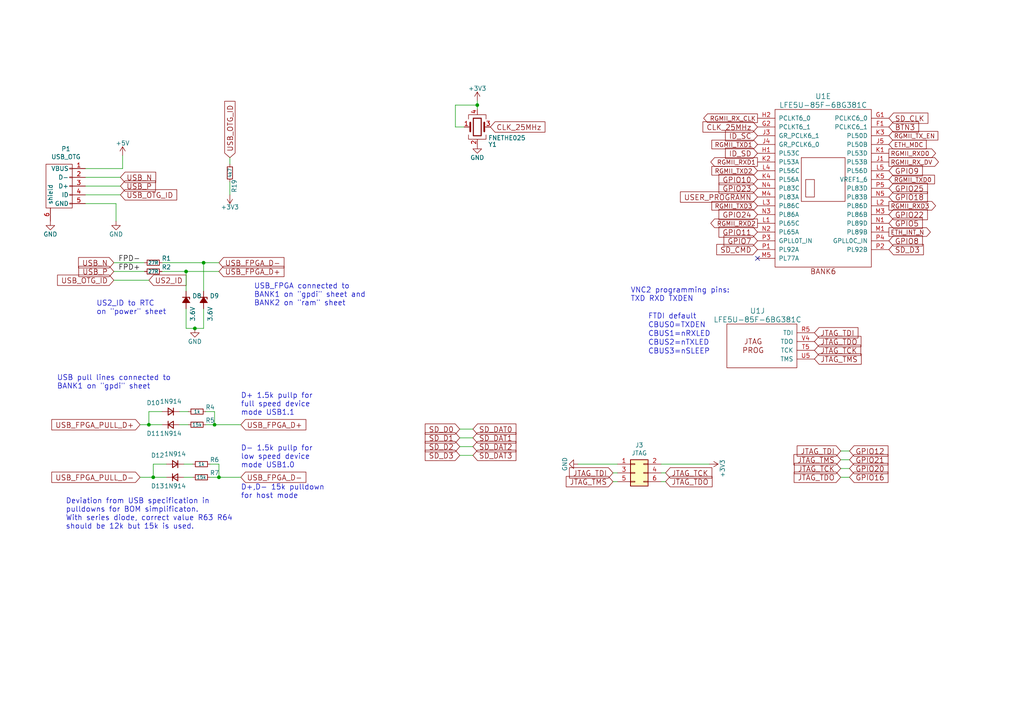
<source format=kicad_sch>
(kicad_sch (version 20231120) (generator "eeschema") (generator_version "8.0")
  (paper "A4")
  (title_block (title "${project_name}") (date "2025-03-12") (rev "${project_version}") (company "${project_creator}") (comment 1 "USB serial and JTAG") (comment 2 "License: ${project_license}"))
  (junction (at 62.23 123.19))
  (junction (at 63.5 138.43))
  (junction (at 53.975 78.74))
  (junction (at 44.45 138.43))
  (junction (at 59.055 76.2))
  (junction (at 43.18 123.19))
  (junction (at 138.43 30.48))
  (junction (at 56.515 95.25))
  (no_connect (at 219.71 74.93))
  (wire (pts (xy 63.5 138.43) (xy 69.85 138.43)))
  (wire (pts (xy 44.45 134.62) (xy 48.26 134.62)))
  (wire (pts (xy 43.18 81.28) (xy 33.02 81.28)))
  (wire (pts (xy 133.35 124.46) (xy 137.16 124.46)))
  (wire (pts (xy 132.08 30.48) (xy 138.43 30.48)))
  (wire (pts (xy 59.69 119.38) (xy 62.23 119.38)))
  (wire (pts (xy 137.16 132.08) (xy 133.35 132.08)))
  (wire (pts (xy 24.765 56.515) (xy 34.925 56.515)))
  (wire (pts (xy 43.18 123.19) (xy 43.18 119.38)))
  (wire (pts (xy 24.765 51.435) (xy 34.925 51.435)))
  (wire (pts (xy 35.56 48.895) (xy 35.56 45.085)))
  (wire (pts (xy 167.64 134.62) (xy 179.07 134.62)))
  (wire (pts (xy 138.43 29.21) (xy 138.43 30.48)))
  (wire (pts (xy 59.055 84.455) (xy 59.055 76.2)))
  (wire (pts (xy 246.38 138.43) (xy 243.84 138.43)))
  (wire (pts (xy 66.675 56.515) (xy 66.675 52.705)))
  (wire (pts (xy 60.96 134.62) (xy 63.5 134.62)))
  (wire (pts (xy 63.5 134.62) (xy 63.5 138.43)))
  (wire (pts (xy 243.84 130.81) (xy 246.38 130.81)))
  (wire (pts (xy 33.655 59.055) (xy 33.655 64.135)))
  (wire (pts (xy 246.38 133.35) (xy 243.84 133.35)))
  (wire (pts (xy 43.18 119.38) (xy 46.99 119.38)))
  (wire (pts (xy 66.675 47.625) (xy 66.675 45.72)))
  (wire (pts (xy 138.43 30.48) (xy 138.43 31.75)))
  (wire (pts (xy 53.975 95.25) (xy 56.515 95.25)))
  (wire (pts (xy 24.765 59.055) (xy 33.655 59.055)))
  (wire (pts (xy 134.62 36.83) (xy 132.08 36.83)))
  (wire (pts (xy 46.99 76.2) (xy 59.055 76.2)))
  (wire (pts (xy 62.23 119.38) (xy 62.23 123.19)))
  (wire (pts (xy 60.96 138.43) (xy 63.5 138.43)))
  (wire (pts (xy 191.77 139.7) (xy 193.04 139.7)))
  (wire (pts (xy 24.765 53.975) (xy 34.925 53.975)))
  (wire (pts (xy 243.84 135.89) (xy 246.38 135.89)))
  (wire (pts (xy 177.8 139.7) (xy 179.07 139.7)))
  (wire (pts (xy 59.055 95.25) (xy 59.055 89.535)))
  (wire (pts (xy 133.35 129.54) (xy 137.16 129.54)))
  (wire (pts (xy 53.975 78.74) (xy 63.5 78.74)))
  (wire (pts (xy 59.055 76.2) (xy 63.5 76.2)))
  (wire (pts (xy 56.515 95.25) (xy 59.055 95.25)))
  (wire (pts (xy 55.88 134.62) (xy 53.34 134.62)))
  (wire (pts (xy 191.77 137.16) (xy 193.04 137.16)))
  (wire (pts (xy 33.02 76.2) (xy 41.91 76.2)))
  (wire (pts (xy 40.64 123.19) (xy 43.18 123.19)))
  (wire (pts (xy 137.16 127) (xy 133.35 127)))
  (wire (pts (xy 33.02 78.74) (xy 41.91 78.74)))
  (wire (pts (xy 40.64 138.43) (xy 44.45 138.43)))
  (wire (pts (xy 24.765 48.895) (xy 35.56 48.895)))
  (wire (pts (xy 44.45 138.43) (xy 48.26 138.43)))
  (wire (pts (xy 62.23 123.19) (xy 59.69 123.19)))
  (wire (pts (xy 52.07 123.19) (xy 54.61 123.19)))
  (wire (pts (xy 46.99 78.74) (xy 53.975 78.74)))
  (wire (pts (xy 54.61 119.38) (xy 52.07 119.38)))
  (wire (pts (xy 191.77 134.62) (xy 205.74 134.62)))
  (wire (pts (xy 53.975 84.455) (xy 53.975 78.74)))
  (wire (pts (xy 44.45 134.62) (xy 44.45 138.43)))
  (wire (pts (xy 43.18 123.19) (xy 46.99 123.19)))
  (wire (pts (xy 53.34 138.43) (xy 55.88 138.43)))
  (wire (pts (xy 132.08 36.83) (xy 132.08 30.48)))
  (wire (pts (xy 53.975 89.535) (xy 53.975 95.25)))
  (wire (pts (xy 62.23 123.19) (xy 69.85 123.19)))
  (wire (pts (xy 177.8 137.16) (xy 179.07 137.16)))
  (text "D+,D- 15k pulldown \nfor host mode" (at 69.85 144.78 0) (effects (font (size 1.524 1.524)) (justify left bottom)))
  (text "D- 1.5k pullp for \nlow speed device\nmode USB1.0" (at 69.85 135.89 0) (effects (font (size 1.524 1.524)) (justify left bottom)))
  (text "CBUS3=nSLEEP" (at 187.96 102.87 0) (effects (font (size 1.524 1.524)) (justify left bottom)))
  (text "CBUS0=TXDEN" (at 187.96 95.25 0) (effects (font (size 1.524 1.524)) (justify left bottom)))
  (text "FTDI default" (at 187.96 92.71 0) (effects (font (size 1.524 1.524)) (justify left bottom)))
  (text "Deviation from USB specification in\npulldowns for BOM simplificaton.\nWith series diode, correct value R63 R64 \nshould be 12k but 15k is used." (at 19.05 153.67 0) (effects (font (size 1.524 1.524)) (justify left bottom)))
  (text "CBUS1=nRXLED" (at 187.96 97.79 0) (effects (font (size 1.524 1.524)) (justify left bottom)))
  (text "US2_ID to RTC\non \"power\" sheet" (at 27.94 91.44 0) (effects (font (size 1.524 1.524)) (justify left bottom)))
  (text "CBUS2=nTXLED" (at 187.96 100.33 0) (effects (font (size 1.524 1.524)) (justify left bottom)))
  (text "USB_FPGA connected to\nBANK1 on \"gpdi\" sheet and\nBANK2 on \"ram\" sheet" (at 73.66 88.9 0) (effects (font (size 1.524 1.524)) (justify left bottom)))
  (text "D+ 1.5k pullp for \nfull speed device\nmode USB1.1" (at 69.85 120.65 0) (effects (font (size 1.524 1.524)) (justify left bottom)))
  (text "VNC2 programming pins:\nTXD RXD TXDEN" (at 182.88 87.63 0) (effects (font (size 1.524 1.524)) (justify left bottom)))
  (text "USB pull lines connected to\nBANK1 on \"gpdi\" sheet" (at 16.51 113.03 0) (effects (font (size 1.524 1.524)) (justify left bottom)))
  (label "FPD-" (at 34.29 76.2 0) (effects (font (size 1.524 1.524))))
  (label "FPD+" (at 34.29 78.74 0) (effects (font (size 1.524 1.524))))
  (global_label "USB_FPGA_D-" (shape input) (at 63.5 76.2 0) (effects (font (size 1.524 1.524))) (property "Intersheetrefs" "${INTERSHEET_REFS}" (effects (hide yes))))
  (global_label "JTAG_TDO" (shape input) (at 236.22 99.06 0) (effects (font (size 1.524 1.524))) (property "Intersheetrefs" "${INTERSHEET_REFS}" (effects (hide yes))))
  (global_label "GPIO16" (shape input) (at 246.38 138.43 0) (effects (font (size 1.524 1.524))) (property "Intersheetrefs" "${INTERSHEET_REFS}" (effects (hide yes))))
  (global_label "SD_DAT1" (shape input) (at 137.16 127 0) (effects (font (size 1.524 1.524))) (property "Intersheetrefs" "${INTERSHEET_REFS}" (effects (hide yes))))
  (global_label "RGMII_RXD1" (shape output) (at 219.71 46.99 180) (property "Intersheetrefs" "${INTERSHEET_REFS}" (effects (hide yes))))
  (global_label "JTAG_TMS" (shape input) (at 243.84 133.35 180) (effects (font (size 1.524 1.524))) (property "Intersheetrefs" "${INTERSHEET_REFS}" (effects (hide yes))))
  (global_label "USB_OTG_ID" (shape input) (at 66.675 45.72 90) (effects (font (size 1.524 1.524))) (property "Intersheetrefs" "${INTERSHEET_REFS}" (effects (hide yes))))
  (global_label "GPIO23" (shape input) (at 219.71 54.61 180) (effects (font (size 1.524 1.524))) (property "Intersheetrefs" "${INTERSHEET_REFS}" (effects (hide yes))))
  (global_label "JTAG_TMS" (shape input) (at 177.8 139.7 180) (effects (font (size 1.524 1.524))) (property "Intersheetrefs" "${INTERSHEET_REFS}" (effects (hide yes))))
  (global_label "USB_P" (shape input) (at 33.02 78.74 180) (effects (font (size 1.524 1.524))) (property "Intersheetrefs" "${INTERSHEET_REFS}" (effects (hide yes))))
  (global_label "JTAG_TCK" (shape input) (at 193.04 137.16 0) (effects (font (size 1.524 1.524))) (property "Intersheetrefs" "${INTERSHEET_REFS}" (effects (hide yes))))
  (global_label "USB_FPGA_D+" (shape input) (at 63.5 78.74 0) (effects (font (size 1.524 1.524))) (property "Intersheetrefs" "${INTERSHEET_REFS}" (effects (hide yes))))
  (global_label "SD_CMD" (shape input) (at 219.71 72.39 180) (effects (font (size 1.524 1.524))) (property "Intersheetrefs" "${INTERSHEET_REFS}" (effects (hide yes))))
  (global_label "JTAG_TDI" (shape input) (at 177.8 137.16 180) (effects (font (size 1.524 1.524))) (property "Intersheetrefs" "${INTERSHEET_REFS}" (effects (hide yes))))
  (global_label "GPIO8" (shape input) (at 257.81 69.85 0) (effects (font (size 1.524 1.524))) (property "Intersheetrefs" "${INTERSHEET_REFS}" (effects (hide yes))))
  (global_label "USB_FPGA_PULL_D+" (shape input) (at 40.64 123.19 180) (effects (font (size 1.524 1.524))) (property "Intersheetrefs" "${INTERSHEET_REFS}" (effects (hide yes))))
  (global_label "GPIO11" (shape input) (at 219.71 67.31 180) (effects (font (size 1.524 1.524))) (property "Intersheetrefs" "${INTERSHEET_REFS}" (effects (hide yes))))
  (global_label "GPIO24" (shape input) (at 219.71 62.23 180) (effects (font (size 1.524 1.524))) (property "Intersheetrefs" "${INTERSHEET_REFS}" (effects (hide yes))))
  (global_label "RGMII_TXD0" (shape input) (at 257.81 52.07 0) (property "Intersheetrefs" "${INTERSHEET_REFS}" (effects (hide yes))))
  (global_label "RGMII_TXD1" (shape input) (at 219.71 41.91 180) (property "Intersheetrefs" "${INTERSHEET_REFS}" (effects (hide yes))))
  (global_label "RGMII_RXD3" (shape output) (at 257.81 59.69 0) (property "Intersheetrefs" "${INTERSHEET_REFS}" (effects (hide yes))))
  (global_label "SD_D1" (shape input) (at 133.35 127 180) (effects (font (size 1.524 1.524))) (property "Intersheetrefs" "${INTERSHEET_REFS}" (effects (hide yes))))
  (global_label "SD_D2" (shape input) (at 133.35 129.54 180) (effects (font (size 1.524 1.524))) (property "Intersheetrefs" "${INTERSHEET_REFS}" (effects (hide yes))))
  (global_label "USB_FPGA_D+" (shape input) (at 69.85 123.19 0) (effects (font (size 1.524 1.524))) (property "Intersheetrefs" "${INTERSHEET_REFS}" (effects (hide yes))))
  (global_label "RGMII_TXD2" (shape input) (at 219.71 49.53 180) (property "Intersheetrefs" "${INTERSHEET_REFS}" (effects (hide yes))))
  (global_label "USB_N" (shape input) (at 33.02 76.2 180) (effects (font (size 1.524 1.524))) (property "Intersheetrefs" "${INTERSHEET_REFS}" (effects (hide yes))))
  (global_label "CLK_25MHz" (shape input) (at 219.71 36.83 180) (effects (font (size 1.524 1.524))) (property "Intersheetrefs" "${INTERSHEET_REFS}" (effects (hide yes))))
  (global_label "JTAG_TDO" (shape input) (at 243.84 138.43 180) (effects (font (size 1.524 1.524))) (property "Intersheetrefs" "${INTERSHEET_REFS}" (effects (hide yes))))
  (global_label "USB_FPGA_D-" (shape input) (at 69.85 138.43 0) (effects (font (size 1.524 1.524))) (property "Intersheetrefs" "${INTERSHEET_REFS}" (effects (hide yes))))
  (global_label "US2_ID" (shape input) (at 43.18 81.28 0) (effects (font (size 1.524 1.524))) (property "Intersheetrefs" "${INTERSHEET_REFS}" (effects (hide yes))))
  (global_label "USER_PROGRAMN" (shape input) (at 219.71 57.15 180) (effects (font (size 1.524 1.524))) (property "Intersheetrefs" "${INTERSHEET_REFS}" (effects (hide yes))))
  (global_label "SD_DAT0" (shape input) (at 137.16 124.46 0) (effects (font (size 1.524 1.524))) (property "Intersheetrefs" "${INTERSHEET_REFS}" (effects (hide yes))))
  (global_label "USB_FPGA_PULL_D-" (shape input) (at 40.64 138.43 180) (effects (font (size 1.524 1.524))) (property "Intersheetrefs" "${INTERSHEET_REFS}" (effects (hide yes))))
  (global_label "GPIO20" (shape input) (at 246.38 135.89 0) (effects (font (size 1.524 1.524))) (property "Intersheetrefs" "${INTERSHEET_REFS}" (effects (hide yes))))
  (global_label "ID_SD" (shape input) (at 219.71 44.45 180) (effects (font (size 1.524 1.524))) (property "Intersheetrefs" "${INTERSHEET_REFS}" (effects (hide yes))))
  (global_label "USB_OTG_ID" (shape input) (at 33.02 81.28 180) (effects (font (size 1.524 1.524))) (property "Intersheetrefs" "${INTERSHEET_REFS}" (effects (hide yes))))
  (global_label "BTN3" (shape input) (at 257.81 36.83 0) (effects (font (size 1.524 1.524))) (property "Intersheetrefs" "${INTERSHEET_REFS}" (effects (hide yes))))
  (global_label "RGMII_RXD2" (shape output) (at 219.71 64.77 180) (property "Intersheetrefs" "${INTERSHEET_REFS}" (effects (hide yes))))
  (global_label "SD_D0" (shape input) (at 133.35 124.46 180) (effects (font (size 1.524 1.524))) (property "Intersheetrefs" "${INTERSHEET_REFS}" (effects (hide yes))))
  (global_label "ID_SC" (shape input) (at 219.71 39.37 180) (effects (font (size 1.524 1.524))) (property "Intersheetrefs" "${INTERSHEET_REFS}" (effects (hide yes))))
  (global_label "RGMII_RX_CLK" (shape output) (at 219.71 34.29 180) (property "Intersheetrefs" "${INTERSHEET_REFS}" (effects (hide yes))))
  (global_label "RGMII_RX_DV" (shape output) (at 257.81 46.99 0) (property "Intersheetrefs" "${INTERSHEET_REFS}" (effects (hide yes))))
  (global_label "USB_N" (shape input) (at 34.925 51.435 0) (effects (font (size 1.524 1.524))) (property "Intersheetrefs" "${INTERSHEET_REFS}" (effects (hide yes))))
  (global_label "ETH_MDC" (shape input) (at 257.81 41.91 0) (property "Intersheetrefs" "${INTERSHEET_REFS}" (effects (hide yes))))
  (global_label "JTAG_TDI" (shape input) (at 243.84 130.81 180) (effects (font (size 1.524 1.524))) (property "Intersheetrefs" "${INTERSHEET_REFS}" (effects (hide yes))))
  (global_label "GPIO9" (shape input) (at 257.81 49.53 0) (effects (font (size 1.524 1.524))) (property "Intersheetrefs" "${INTERSHEET_REFS}" (effects (hide yes))))
  (global_label "RGMII_TXD3" (shape input) (at 219.71 59.69 180) (property "Intersheetrefs" "${INTERSHEET_REFS}" (effects (hide yes))))
  (global_label "RGMII_RXD0" (shape output) (at 257.81 44.45 0) (property "Intersheetrefs" "${INTERSHEET_REFS}" (effects (hide yes))))
  (global_label "JTAG_TCK" (shape input) (at 236.22 101.6 0) (effects (font (size 1.524 1.524))) (property "Intersheetrefs" "${INTERSHEET_REFS}" (effects (hide yes))))
  (global_label "RGMII_TX_EN" (shape input) (at 257.81 39.37 0) (property "Intersheetrefs" "${INTERSHEET_REFS}" (effects (hide yes))))
  (global_label "GPIO21" (shape input) (at 246.38 133.35 0) (effects (font (size 1.524 1.524))) (property "Intersheetrefs" "${INTERSHEET_REFS}" (effects (hide yes))))
  (global_label "ETH_INT_N" (shape output) (at 257.81 67.31 0) (property "Intersheetrefs" "${INTERSHEET_REFS}" (effects (hide yes))))
  (global_label "GPIO18" (shape input) (at 257.81 57.15 0) (effects (font (size 1.524 1.524))) (property "Intersheetrefs" "${INTERSHEET_REFS}" (effects (hide yes))))
  (global_label "SD_D3" (shape input) (at 133.35 132.08 180) (effects (font (size 1.524 1.524))) (property "Intersheetrefs" "${INTERSHEET_REFS}" (effects (hide yes))))
  (global_label "USB_OTG_ID" (shape input) (at 34.925 56.515 0) (effects (font (size 1.524 1.524))) (property "Intersheetrefs" "${INTERSHEET_REFS}" (effects (hide yes))))
  (global_label "SD_DAT3" (shape input) (at 137.16 132.08 0) (effects (font (size 1.524 1.524))) (property "Intersheetrefs" "${INTERSHEET_REFS}" (effects (hide yes))))
  (global_label "SD_DAT2" (shape input) (at 137.16 129.54 0) (effects (font (size 1.524 1.524))) (property "Intersheetrefs" "${INTERSHEET_REFS}" (effects (hide yes))))
  (global_label "GPIO12" (shape input) (at 246.38 130.81 0) (effects (font (size 1.524 1.524))) (property "Intersheetrefs" "${INTERSHEET_REFS}" (effects (hide yes))))
  (global_label "SD_CLK" (shape input) (at 257.81 34.29 0) (effects (font (size 1.524 1.524))) (property "Intersheetrefs" "${INTERSHEET_REFS}" (effects (hide yes))))
  (global_label "JTAG_TCK" (shape input) (at 243.84 135.89 180) (effects (font (size 1.524 1.524))) (property "Intersheetrefs" "${INTERSHEET_REFS}" (effects (hide yes))))
  (global_label "JTAG_TDO" (shape input) (at 193.04 139.7 0) (effects (font (size 1.524 1.524))) (property "Intersheetrefs" "${INTERSHEET_REFS}" (effects (hide yes))))
  (global_label "GPIO22" (shape input) (at 257.81 62.23 0) (effects (font (size 1.524 1.524))) (property "Intersheetrefs" "${INTERSHEET_REFS}" (effects (hide yes))))
  (global_label "JTAG_TMS" (shape input) (at 236.22 104.14 0) (effects (font (size 1.524 1.524))) (property "Intersheetrefs" "${INTERSHEET_REFS}" (effects (hide yes))))
  (global_label "JTAG_TDI" (shape input) (at 236.22 96.52 0) (effects (font (size 1.524 1.524))) (property "Intersheetrefs" "${INTERSHEET_REFS}" (effects (hide yes))))
  (global_label "USB_P" (shape input) (at 34.925 53.975 0) (effects (font (size 1.524 1.524))) (property "Intersheetrefs" "${INTERSHEET_REFS}" (effects (hide yes))))
  (global_label "GPIO7" (shape input) (at 219.71 69.85 180) (effects (font (size 1.524 1.524))) (property "Intersheetrefs" "${INTERSHEET_REFS}" (effects (hide yes))))
  (global_label "CLK_25MHz" (shape input) (at 142.24 36.83 0) (effects (font (size 1.524 1.524))) (property "Intersheetrefs" "${INTERSHEET_REFS}" (effects (hide yes))))
  (global_label "GPIO10" (shape input) (at 219.71 52.07 180) (effects (font (size 1.524 1.524))) (property "Intersheetrefs" "${INTERSHEET_REFS}" (effects (hide yes))))
  (global_label "SD_D3" (shape input) (at 257.81 72.39 0) (effects (font (size 1.524 1.524))) (property "Intersheetrefs" "${INTERSHEET_REFS}" (effects (hide yes))))
  (global_label "GPIO5" (shape input) (at 257.81 64.77 0) (effects (font (size 1.524 1.524))) (property "Intersheetrefs" "${INTERSHEET_REFS}" (effects (hide yes))))
  (global_label "GPIO25" (shape input) (at 257.81 54.61 0) (effects (font (size 1.524 1.524))) (property "Intersheetrefs" "${INTERSHEET_REFS}" (effects (hide yes))))
  (symbol (lib_id "Device:Crystal_GND24") (at 138.43 36.83 0) (mirror x) (unit 1)
    (property "Reference" "Y1" (at 141.605 41.91 0) (effects (justify left)))
    (property "Value" "FNETHE025" (at 141.605 40.005 0) (effects (justify left)))
    (property "Footprint" "Crystal:Crystal_SMD_TXC_7M-4Pin_3.2x2.5mm" (effects (hide yes)))
    (property "Datasheet" "https://www.diodes.com/assets/Datasheets/FNETHE025.pdf" (effects (hide yes)))
    (property "MNF1_URL" "www.diodes.com" (effects (hide yes)))
    (property "MPN" "FNETHE025" (effects (hide yes)))
    (property "MPN2" "SiT8008BC-81-33E-25.000000X" (effects (hide yes)))
    (property "MNF3_URL" "https://datasheet.lcsc.com/szlcsc/1912111437_Shenzhen-SCTF-Elec-S7D25-000000D20F30T_C387026.pdf" (effects (hide yes)))
    (property "MPN3" "S7D25.000000D20F30T" (effects (hide yes)))
    (property "Mouser" "729-FNETHE025" (effects (hide yes)))
    (property "Mouse_r2" "788-8008BC8133E25X " (effects (hide yes)))
    (property "Digikey" "FNETHE025CT-ND" (effects (hide yes)))
    (property "Newark" "80AC8624" (effects (hide yes)))
    (property "LCSC" "C390569" (effects (hide yes)))
    (property "price100_Digikey" "0.7942$" (effects (hide yes)))
    (property "Koncar" "FQ001" (effects (hide yes)))
    (property "Side" "T" (effects (hide yes)))
  )
  (symbol (lib_id "lfe5bg381:LFE5UM-85F-6BG381C") (at 238.76 52.07 0) (unit 5)
    (property "Reference" "U1" (at 238.76 27.94 0) (effects (font (size 1.524 1.524))))
    (property "Value" "LFE5U-85F-6BG381C" (at 238.76 30.48 0) (effects (font (size 1.524 1.524))))
    (property "Footprint" "lfe5bg381:BGA-381_pitch0.8mm_dia0.4mm" (effects (hide yes)))
    (property "Datasheet" "http://www.latticesemi.com/~/media/LatticeSemi/Documents/DataSheets/ECP5/FPGA-DS-02012.pdf" (effects (hide yes)))
    (property "MPN" "LFE5U-85F-6BG381C" (effects (hide yes)))
  )
  (symbol (lib_id "lfe5bg381:LFE5UM-85F-6BG381C") (at 218.44 100.33 0) (mirror y) (unit 10)
    (property "Reference" "U1" (at 219.71 90.17 0) (effects (font (size 1.524 1.524))))
    (property "Value" "LFE5U-85F-6BG381C" (at 219.71 92.71 0) (effects (font (size 1.524 1.524))))
    (property "Footprint" "lfe5bg381:BGA-381_pitch0.8mm_dia0.4mm" (effects (hide yes)))
    (property "Datasheet" "http://www.latticesemi.com/~/media/LatticeSemi/Documents/DataSheets/ECP5/FPGA-DS-02012.pdf" (effects (hide yes)))
    (property "MPN" "LFE5U-85F-6BG381C" (effects (hide yes)))
  )
  (symbol (lib_id "ulx4m-rescue:GND-power") (at 138.43 41.91 0) (unit 1)
    (property "Reference" "#PWR0110" (effects (hide yes)))
    (property "Value" "GND" (at 138.43 45.72 0))
  )
  (symbol (lib_id "ulx4m-rescue:+3V3-power") (at 138.43 29.21 0) (unit 1)
    (property "Reference" "#PWR0109" (effects (hide yes)))
    (property "Value" "+3V3" (at 138.43 25.654 0))
  )
  (symbol (lib_id "Connector_Generic:Conn_02x03_Odd_Even") (at 184.15 137.16 0) (unit 1)
    (property "Reference" "J3" (at 185.42 129.1082 0))
    (property "Value" "JTAG" (at 185.42 131.4196 0))
    (property "Footprint" "Connector_PinHeader_1.00mm:PinHeader_2x03_P1.00mm_Vertical_SMD" (effects (hide yes)))
  )
  (symbol (lib_id "ulx4m-rescue:GND-power") (at 167.64 134.62 270) (unit 1)
    (property "Reference" "#PWR?" (effects (hide yes)))
    (property "Value" "GND" (at 163.83 134.62 0))
    (instances (project "" (path "" (reference "#PWR?") (unit 1)) (path "" (reference "#PWR05") (unit 1))))
  )
  (symbol (lib_id "ulx4m-rescue:+3V3-power") (at 205.74 134.62 270) (mirror x) (unit 1)
    (property "Reference" "#PWR?" (effects (hide yes)))
    (property "Value" "+3V3" (at 209.55 135.89 0))
    (instances (project "" (path "" (reference "#PWR?") (unit 1)) (path "" (reference "#PWR06") (unit 1))))
  )
  (symbol (lib_id "Device:R_Small") (at 44.45 76.2 90) (unit 1)
    (property "Reference" "R1" (at 48.26 74.93 90))
    (property "Value" "27R" (at 44.45 76.2 90) (effects (font (size 0.9906 0.9906))))
    (property "Footprint" "Resistor_SMD:R_0402_1005Metric" (effects (hide yes)))
  )
  (symbol (lib_id "Device:R_Small") (at 44.45 78.74 90) (unit 1)
    (property "Reference" "R2" (at 48.26 77.47 90))
    (property "Value" "27R" (at 44.45 78.74 90) (effects (font (size 0.9906 0.9906))))
    (property "Footprint" "Resistor_SMD:R_0402_1005Metric" (effects (hide yes)))
  )
  (symbol (lib_id "Device:D_Small") (at 49.53 123.19 0) (unit 1)
    (property "Reference" "D11" (at 44.45 125.73 0))
    (property "Value" "1N914" (at 49.53 125.73 0))
    (property "Footprint" "Diode_SMD:D_SOD-323" (effects (hide yes)))
  )
  (symbol (lib_id "Device:D_Small") (at 49.53 119.38 180) (unit 1)
    (property "Reference" "D10" (at 44.45 116.84 0))
    (property "Value" "1N914" (at 49.53 116.4336 0))
    (property "Footprint" "Diode_SMD:D_SOD-323" (effects (hide yes)))
  )
  (symbol (lib_id "Device:R_Small") (at 57.15 119.38 90) (unit 1)
    (property "Reference" "R4" (at 60.96 118.11 90))
    (property "Value" "1k" (at 57.15 119.38 90) (effects (font (size 0.9906 0.9906))))
    (property "Footprint" "Resistor_SMD:R_0402_1005Metric" (effects (hide yes)))
  )
  (symbol (lib_id "Device:R_Small") (at 57.15 123.19 90) (unit 1)
    (property "Reference" "R5" (at 60.96 121.92 90))
    (property "Value" "15k" (at 57.15 123.19 90) (effects (font (size 0.9906 0.9906))))
    (property "Footprint" "Resistor_SMD:R_0402_1005Metric" (effects (hide yes)))
  )
  (symbol (lib_id "Device:D_Small") (at 50.8 138.43 0) (unit 1)
    (property "Reference" "D13" (at 45.72 140.97 0))
    (property "Value" "1N914" (at 50.8 140.97 0))
    (property "Footprint" "Diode_SMD:D_SOD-323" (effects (hide yes)))
  )
  (symbol (lib_id "Device:D_Small") (at 50.8 134.62 180) (unit 1)
    (property "Reference" "D12" (at 45.72 132.08 0))
    (property "Value" "1N914" (at 50.8 131.6736 0))
    (property "Footprint" "Diode_SMD:D_SOD-323" (effects (hide yes)))
  )
  (symbol (lib_id "Device:R_Small") (at 58.42 134.62 90) (unit 1)
    (property "Reference" "R6" (at 62.23 133.35 90))
    (property "Value" "1k" (at 58.42 134.62 90) (effects (font (size 0.9906 0.9906))))
    (property "Footprint" "Resistor_SMD:R_0402_1005Metric" (effects (hide yes)))
  )
  (symbol (lib_id "Device:R_Small") (at 58.42 138.43 90) (unit 1)
    (property "Reference" "R7" (at 62.23 137.16 90))
    (property "Value" "15k" (at 58.42 138.43 90) (effects (font (size 0.9906 0.9906))))
    (property "Footprint" "Resistor_SMD:R_0402_1005Metric" (effects (hide yes)))
  )
  (symbol (lib_id "Device:R_Small") (at 66.675 50.165 0) (unit 1)
    (property "Reference" "R19" (at 67.945 53.975 90))
    (property "Value" "4k7" (at 66.675 50.165 90) (effects (font (size 0.9906 0.9906))))
    (property "Footprint" "Resistor_SMD:R_0402_1005Metric" (effects (hide yes)))
  )
  (symbol (lib_id "ulx4m-rescue:+3V3-power") (at 66.675 56.515 180) (unit 1)
    (property "Reference" "#PWR08" (effects (hide yes)))
    (property "Value" "+3V3" (at 66.675 60.071 0))
  )
  (symbol (lib_id "ulx4m-rescue:GND-power") (at 14.605 64.135 0) (unit 1)
    (property "Reference" "#PWR0113" (effects (hide yes)))
    (property "Value" "GND" (at 14.605 67.945 0))
  )
  (symbol (lib_id "ulx4m-rescue:GND-power") (at 33.655 64.135 0) (unit 1)
    (property "Reference" "#PWR0114" (effects (hide yes)))
    (property "Value" "GND" (at 33.655 67.945 0))
  )
  (symbol (lib_id "ulx4m-rescue:+5V-power") (at 35.56 45.085 0) (mirror y) (unit 1)
    (property "Reference" "#PWR?" (effects (hide yes)))
    (property "Value" "+5V" (at 35.56 41.529 0))
    (instances (project "" (path "" (reference "#PWR?") (unit 1)) (path "" (reference "#PWR0115") (unit 1))))
  )
  (symbol (lib_id "ulx4m-rescue:D_Zener_Small_ALT-Device") (at 53.975 86.995 270) (unit 1)
    (property "Reference" "D8" (at 55.753 85.8266 90) (effects (justify left)))
    (property "Value" "3.6V" (at 55.88 88.9 0) (effects (justify left)))
    (property "Footprint" "Diode_SMD:D_SOD-323_HandSoldering" (effects (hide yes)))
    (property "Datasheet" "http://www.taiwansemi.com/products/datasheet/BZT52C2V4S%20SERIES_H1709.pdf" (effects (hide yes)))
    (property "MNF1_URL" "www.taiwansemi.com" (effects (hide yes)))
    (property "MPN" "BZT52C3V6S" (effects (hide yes)))
    (property "Mouser" "833-BZT52C3V6S-TP" (effects (hide yes)))
  )
  (symbol (lib_id "ulx4m-rescue:GND-power") (at 56.515 95.25 0) (unit 1)
    (property "Reference" "#PWR?" (effects (hide yes)))
    (property "Value" "GND" (at 56.515 99.06 0))
    (instances (project "" (path "" (reference "#PWR?") (unit 1)) (path "" (reference "#PWR07") (unit 1))))
  )
  (symbol (lib_id "ulx4m-rescue:D_Zener_Small_ALT-Device") (at 59.055 86.995 270) (unit 1)
    (property "Reference" "D9" (at 60.833 85.8266 90) (effects (justify left)))
    (property "Value" "3.6V" (at 60.96 88.9 0) (effects (justify left)))
    (property "Footprint" "Diode_SMD:D_SOD-323_HandSoldering" (effects (hide yes)))
    (property "Datasheet" "http://www.taiwansemi.com/products/datasheet/BZT52C2V4S%20SERIES_H1709.pdf" (effects (hide yes)))
    (property "MNF1_URL" "www.taiwansemi.com" (effects (hide yes)))
    (property "MPN" "BZT52C3V6S" (effects (hide yes)))
    (property "Mouser" "833-BZT52C3V6S-TP" (effects (hide yes)))
  )
  (symbol (lib_id "usb_otg:USB_OTG") (at 17.145 53.975 90) (mirror x) (unit 1)
    (property "Reference" "P1" (at 19.1262 43.18 90))
    (property "Value" "USB_OTG" (at 19.1262 45.4914 90))
    (property "Footprint" "usb_otg:USB-MICRO-B-FCI-10118192-0001LF" (effects (hide yes)))
  )
)
</source>
